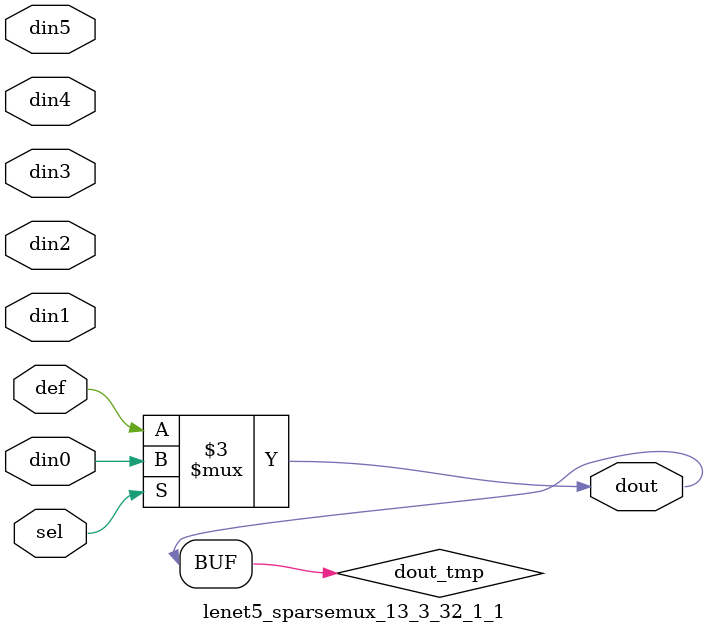
<source format=v>
`timescale 1ns / 1ps

module lenet5_sparsemux_13_3_32_1_1 (din0,din1,din2,din3,din4,din5,def,sel,dout);

parameter din0_WIDTH = 1;

parameter din1_WIDTH = 1;

parameter din2_WIDTH = 1;

parameter din3_WIDTH = 1;

parameter din4_WIDTH = 1;

parameter din5_WIDTH = 1;

parameter def_WIDTH = 1;
parameter sel_WIDTH = 1;
parameter dout_WIDTH = 1;

parameter [sel_WIDTH-1:0] CASE0 = 1;

parameter [sel_WIDTH-1:0] CASE1 = 1;

parameter [sel_WIDTH-1:0] CASE2 = 1;

parameter [sel_WIDTH-1:0] CASE3 = 1;

parameter [sel_WIDTH-1:0] CASE4 = 1;

parameter [sel_WIDTH-1:0] CASE5 = 1;

parameter ID = 1;
parameter NUM_STAGE = 1;



input [din0_WIDTH-1:0] din0;

input [din1_WIDTH-1:0] din1;

input [din2_WIDTH-1:0] din2;

input [din3_WIDTH-1:0] din3;

input [din4_WIDTH-1:0] din4;

input [din5_WIDTH-1:0] din5;

input [def_WIDTH-1:0] def;
input [sel_WIDTH-1:0] sel;

output [dout_WIDTH-1:0] dout;



reg [dout_WIDTH-1:0] dout_tmp;


always @ (*) begin
(* parallel_case *) case (sel)
    
    CASE0 : dout_tmp = din0;
    
    CASE1 : dout_tmp = din1;
    
    CASE2 : dout_tmp = din2;
    
    CASE3 : dout_tmp = din3;
    
    CASE4 : dout_tmp = din4;
    
    CASE5 : dout_tmp = din5;
    
    default : dout_tmp = def;
endcase
end


assign dout = dout_tmp;



endmodule

</source>
